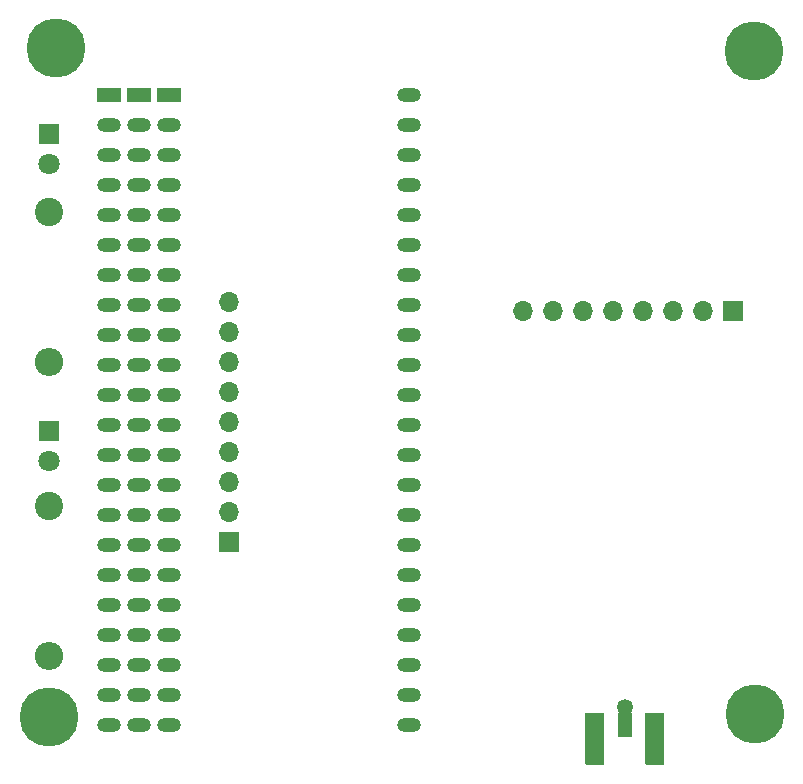
<source format=gbs>
G04 #@! TF.GenerationSoftware,KiCad,Pcbnew,8.0.2*
G04 #@! TF.CreationDate,2024-07-26T13:41:10+02:00*
G04 #@! TF.ProjectId,e07-900m10s-breakout,6530372d-3930-4306-9d31-30732d627265,rev?*
G04 #@! TF.SameCoordinates,Original*
G04 #@! TF.FileFunction,Soldermask,Bot*
G04 #@! TF.FilePolarity,Negative*
%FSLAX46Y46*%
G04 Gerber Fmt 4.6, Leading zero omitted, Abs format (unit mm)*
G04 Created by KiCad (PCBNEW 8.0.2) date 2024-07-26 13:41:10*
%MOMM*%
%LPD*%
G01*
G04 APERTURE LIST*
G04 Aperture macros list*
%AMRoundRect*
0 Rectangle with rounded corners*
0 $1 Rounding radius*
0 $2 $3 $4 $5 $6 $7 $8 $9 X,Y pos of 4 corners*
0 Add a 4 corners polygon primitive as box body*
4,1,4,$2,$3,$4,$5,$6,$7,$8,$9,$2,$3,0*
0 Add four circle primitives for the rounded corners*
1,1,$1+$1,$2,$3*
1,1,$1+$1,$4,$5*
1,1,$1+$1,$6,$7*
1,1,$1+$1,$8,$9*
0 Add four rect primitives between the rounded corners*
20,1,$1+$1,$2,$3,$4,$5,0*
20,1,$1+$1,$4,$5,$6,$7,0*
20,1,$1+$1,$6,$7,$8,$9,0*
20,1,$1+$1,$8,$9,$2,$3,0*%
G04 Aperture macros list end*
%ADD10C,0.800000*%
%ADD11C,5.000000*%
%ADD12C,2.400000*%
%ADD13O,2.400000X2.400000*%
%ADD14R,1.800000X1.800000*%
%ADD15C,1.800000*%
%ADD16R,1.700000X1.700000*%
%ADD17O,1.700000X1.700000*%
%ADD18RoundRect,0.060960X-0.548640X0.993140X-0.548640X-0.993140X0.548640X-0.993140X0.548640X0.993140X0*%
%ADD19C,1.346200*%
%ADD20RoundRect,0.038100X0.762000X-2.159000X0.762000X2.159000X-0.762000X2.159000X-0.762000X-2.159000X0*%
%ADD21R,2.000000X1.200000*%
%ADD22O,2.000000X1.200000*%
G04 APERTURE END LIST*
D10*
X154390825Y-128579825D03*
X154940000Y-127254000D03*
X154940000Y-129905650D03*
X156265825Y-126704825D03*
D11*
X156265825Y-128579825D03*
D10*
X156265825Y-130454825D03*
X157591650Y-127254000D03*
X157591650Y-129905650D03*
X158140825Y-128579825D03*
D12*
X96486000Y-86106000D03*
D13*
X96486000Y-98806000D03*
D10*
X94589175Y-128833825D03*
X95138350Y-127508000D03*
X95138350Y-130159650D03*
X96464175Y-126958825D03*
D11*
X96464175Y-128833825D03*
D10*
X96464175Y-130708825D03*
X97790000Y-127508000D03*
X97790000Y-130159650D03*
X98339175Y-128833825D03*
D14*
X96520000Y-104648000D03*
D15*
X96520000Y-107188000D03*
D14*
X96520000Y-79502000D03*
D15*
X96520000Y-82042000D03*
D12*
X96520000Y-110998000D03*
D13*
X96520000Y-123698000D03*
D10*
X154335000Y-72487000D03*
X154884175Y-71161175D03*
X154884175Y-73812825D03*
X156210000Y-70612000D03*
D11*
X156210000Y-72487000D03*
D10*
X156210000Y-74362000D03*
X157535825Y-71161175D03*
X157535825Y-73812825D03*
X158085000Y-72487000D03*
D16*
X111760000Y-114046000D03*
D17*
X111760000Y-111506000D03*
X111760000Y-108966000D03*
X111760000Y-106426000D03*
X111760000Y-103886000D03*
X111760000Y-101346000D03*
X111760000Y-98806000D03*
X111760000Y-96266000D03*
X111760000Y-93726000D03*
D18*
X145288000Y-129507250D03*
D19*
X145288000Y-128016000D03*
D20*
X147828000Y-130746500D03*
X142748000Y-130746500D03*
D16*
X154432000Y-94488000D03*
D17*
X151892000Y-94488000D03*
X149352000Y-94488000D03*
X146812000Y-94488000D03*
X144272000Y-94488000D03*
X141732000Y-94488000D03*
X139192000Y-94488000D03*
X136652000Y-94488000D03*
D21*
X101600000Y-76200000D03*
X104140000Y-76200000D03*
X106630000Y-76220000D03*
D22*
X101600000Y-78740000D03*
X104140000Y-78740000D03*
X106630000Y-78760000D03*
X101600000Y-81280000D03*
X104140000Y-81280000D03*
X106630000Y-81300000D03*
X101600000Y-83820000D03*
X104140000Y-83820000D03*
X106630000Y-83840000D03*
X101600000Y-86360000D03*
X104140000Y-86360000D03*
X106630000Y-86380000D03*
X101600000Y-88900000D03*
X104140000Y-88900000D03*
X106630000Y-88920000D03*
X101600000Y-91440000D03*
X104140000Y-91440000D03*
X106630000Y-91460000D03*
X101600000Y-93980000D03*
X104140000Y-93980000D03*
X106630000Y-94000000D03*
X101600000Y-96520000D03*
X104140000Y-96520000D03*
X106630000Y-96540000D03*
X101600000Y-99060000D03*
X104140000Y-99060000D03*
X106630000Y-99080000D03*
X101600000Y-101600000D03*
X104140000Y-101600000D03*
X106630000Y-101620000D03*
X101600000Y-104140000D03*
X104140000Y-104140000D03*
X106630000Y-104160000D03*
X101600000Y-106680000D03*
X104140000Y-106680000D03*
X106630000Y-106700000D03*
X101600000Y-109220000D03*
X104140000Y-109220000D03*
X106630000Y-109240000D03*
X101600000Y-111760000D03*
X104140000Y-111760000D03*
X106630000Y-111780000D03*
X101600000Y-114300000D03*
X104140000Y-114300000D03*
X106630000Y-114320000D03*
X101600000Y-116840000D03*
X104140000Y-116840000D03*
X106630000Y-116860000D03*
X101600000Y-119380000D03*
X104140000Y-119380000D03*
X106630000Y-119400000D03*
X101600000Y-121920000D03*
X104140000Y-121920000D03*
X106630000Y-121940000D03*
X101596320Y-124457280D03*
X104136320Y-124457280D03*
X106626320Y-124477280D03*
X101596320Y-126997280D03*
X104136320Y-126997280D03*
X106626320Y-127017280D03*
X101596320Y-129537280D03*
X104136320Y-129537280D03*
X106626320Y-129557280D03*
X127000000Y-129540000D03*
X127000000Y-127000000D03*
X127000000Y-124460000D03*
X127000000Y-121920000D03*
X127000000Y-119380000D03*
X127000000Y-116840000D03*
X127000000Y-114300000D03*
X127000000Y-111760000D03*
X127000000Y-109220000D03*
X127000000Y-106680000D03*
X127000000Y-104140000D03*
X127000000Y-101600000D03*
X127000000Y-99060000D03*
X127000000Y-96520000D03*
X127000000Y-93980000D03*
X127000000Y-91440000D03*
X127000000Y-88900000D03*
X127000000Y-86360000D03*
X127000000Y-83820000D03*
X127000000Y-81280000D03*
X127000000Y-78740000D03*
X127000000Y-76200000D03*
D10*
X95208825Y-72191825D03*
X95758000Y-70866000D03*
X95758000Y-73517650D03*
X97083825Y-70316825D03*
D11*
X97083825Y-72191825D03*
D10*
X97083825Y-74066825D03*
X98409650Y-70866000D03*
X98409650Y-73517650D03*
X98958825Y-72191825D03*
M02*

</source>
